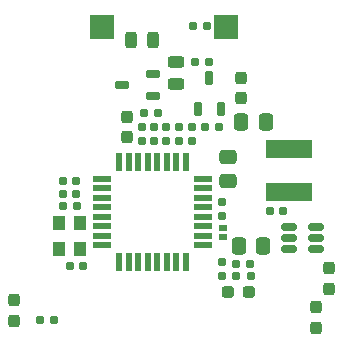
<source format=gbr>
%TF.GenerationSoftware,KiCad,Pcbnew,9.0.1*%
%TF.CreationDate,2025-04-30T15:21:50+05:30*%
%TF.ProjectId,APD_Safety_PCB,4150445f-5361-4666-9574-795f5043422e,rev?*%
%TF.SameCoordinates,Original*%
%TF.FileFunction,Paste,Top*%
%TF.FilePolarity,Positive*%
%FSLAX46Y46*%
G04 Gerber Fmt 4.6, Leading zero omitted, Abs format (unit mm)*
G04 Created by KiCad (PCBNEW 9.0.1) date 2025-04-30 15:21:50*
%MOMM*%
%LPD*%
G01*
G04 APERTURE LIST*
G04 Aperture macros list*
%AMRoundRect*
0 Rectangle with rounded corners*
0 $1 Rounding radius*
0 $2 $3 $4 $5 $6 $7 $8 $9 X,Y pos of 4 corners*
0 Add a 4 corners polygon primitive as box body*
4,1,4,$2,$3,$4,$5,$6,$7,$8,$9,$2,$3,0*
0 Add four circle primitives for the rounded corners*
1,1,$1+$1,$2,$3*
1,1,$1+$1,$4,$5*
1,1,$1+$1,$6,$7*
1,1,$1+$1,$8,$9*
0 Add four rect primitives between the rounded corners*
20,1,$1+$1,$2,$3,$4,$5,0*
20,1,$1+$1,$4,$5,$6,$7,0*
20,1,$1+$1,$6,$7,$8,$9,0*
20,1,$1+$1,$8,$9,$2,$3,0*%
G04 Aperture macros list end*
%ADD10R,4.000000X1.500000*%
%ADD11RoundRect,0.155000X0.212500X0.155000X-0.212500X0.155000X-0.212500X-0.155000X0.212500X-0.155000X0*%
%ADD12R,1.600000X0.550000*%
%ADD13R,0.550000X1.600000*%
%ADD14RoundRect,0.155000X0.155000X-0.212500X0.155000X0.212500X-0.155000X0.212500X-0.155000X-0.212500X0*%
%ADD15RoundRect,0.237500X-0.237500X0.300000X-0.237500X-0.300000X0.237500X-0.300000X0.237500X0.300000X0*%
%ADD16RoundRect,0.237500X0.237500X-0.300000X0.237500X0.300000X-0.237500X0.300000X-0.237500X-0.300000X0*%
%ADD17RoundRect,0.250000X0.337500X0.475000X-0.337500X0.475000X-0.337500X-0.475000X0.337500X-0.475000X0*%
%ADD18RoundRect,0.150000X-0.512500X-0.150000X0.512500X-0.150000X0.512500X0.150000X-0.512500X0.150000X0*%
%ADD19RoundRect,0.243750X0.243750X0.456250X-0.243750X0.456250X-0.243750X-0.456250X0.243750X-0.456250X0*%
%ADD20RoundRect,0.237500X-0.237500X0.287500X-0.237500X-0.287500X0.237500X-0.287500X0.237500X0.287500X0*%
%ADD21RoundRect,0.162500X0.162500X-0.447500X0.162500X0.447500X-0.162500X0.447500X-0.162500X-0.447500X0*%
%ADD22RoundRect,0.155000X-0.212500X-0.155000X0.212500X-0.155000X0.212500X0.155000X-0.212500X0.155000X0*%
%ADD23RoundRect,0.250000X-0.337500X-0.475000X0.337500X-0.475000X0.337500X0.475000X-0.337500X0.475000X0*%
%ADD24RoundRect,0.160000X-0.160000X0.197500X-0.160000X-0.197500X0.160000X-0.197500X0.160000X0.197500X0*%
%ADD25RoundRect,0.243750X-0.456250X0.243750X-0.456250X-0.243750X0.456250X-0.243750X0.456250X0.243750X0*%
%ADD26RoundRect,0.160000X-0.197500X-0.160000X0.197500X-0.160000X0.197500X0.160000X-0.197500X0.160000X0*%
%ADD27RoundRect,0.160000X0.197500X0.160000X-0.197500X0.160000X-0.197500X-0.160000X0.197500X-0.160000X0*%
%ADD28R,2.000000X2.000000*%
%ADD29R,0.100000X0.465000*%
%ADD30R,3.470000X0.100000*%
%ADD31R,0.120000X3.160000*%
%ADD32RoundRect,0.237500X0.287500X0.237500X-0.287500X0.237500X-0.287500X-0.237500X0.287500X-0.237500X0*%
%ADD33RoundRect,0.162500X0.447500X0.162500X-0.447500X0.162500X-0.447500X-0.162500X0.447500X-0.162500X0*%
%ADD34RoundRect,0.237500X0.237500X-0.287500X0.237500X0.287500X-0.237500X0.287500X-0.237500X-0.287500X0*%
%ADD35R,1.000000X1.300000*%
%ADD36RoundRect,0.078125X0.296875X-0.171875X0.296875X0.171875X-0.296875X0.171875X-0.296875X-0.171875X0*%
%ADD37RoundRect,0.250000X-0.475000X0.337500X-0.475000X-0.337500X0.475000X-0.337500X0.475000X0.337500X0*%
G04 APERTURE END LIST*
D10*
%TO.C,L1*%
X125355000Y-116795000D03*
X125355000Y-113195000D03*
%TD*%
D11*
%TO.C,C5*%
X107327500Y-116950000D03*
X106192500Y-116950000D03*
%TD*%
D12*
%TO.C,U2*%
X109540000Y-115710000D03*
X109540000Y-116510000D03*
X109540000Y-117310000D03*
X109540000Y-118110000D03*
X109540000Y-118910000D03*
X109540000Y-119710000D03*
X109540000Y-120510000D03*
X109540000Y-121310000D03*
D13*
X110990000Y-122760000D03*
X111790000Y-122760000D03*
X112590000Y-122760000D03*
X113390000Y-122760000D03*
X114190000Y-122760000D03*
X114990000Y-122760000D03*
X115790000Y-122760000D03*
X116590000Y-122760000D03*
D12*
X118040000Y-121310000D03*
X118040000Y-120510000D03*
X118040000Y-119710000D03*
X118040000Y-118910000D03*
X118040000Y-118110000D03*
X118040000Y-117310000D03*
X118040000Y-116510000D03*
X118040000Y-115710000D03*
D13*
X116590000Y-114260000D03*
X115790000Y-114260000D03*
X114990000Y-114260000D03*
X114190000Y-114260000D03*
X113390000Y-114260000D03*
X112590000Y-114260000D03*
X111790000Y-114260000D03*
X110990000Y-114260000D03*
%TD*%
D14*
%TO.C,C6*%
X119660000Y-118830000D03*
X119660000Y-117695000D03*
%TD*%
D15*
%TO.C,C3*%
X127640000Y-126567500D03*
X127640000Y-128292500D03*
%TD*%
D16*
%TO.C,C10*%
X111640000Y-112202500D03*
X111640000Y-110477500D03*
%TD*%
D11*
%TO.C,C12*%
X107917500Y-123070000D03*
X106782500Y-123070000D03*
%TD*%
%TO.C,C7*%
X107345000Y-115930000D03*
X106210000Y-115930000D03*
%TD*%
D17*
%TO.C,C1*%
X123387500Y-110915000D03*
X121312500Y-110915000D03*
%TD*%
D18*
%TO.C,U1*%
X125362500Y-119742500D03*
X125362500Y-120692500D03*
X125362500Y-121642500D03*
X127637500Y-121642500D03*
X127637500Y-120692500D03*
X127637500Y-119742500D03*
%TD*%
D19*
%TO.C,F1*%
X113857500Y-103990000D03*
X111982500Y-103990000D03*
%TD*%
D20*
%TO.C,D4*%
X102040000Y-125997500D03*
X102040000Y-127747500D03*
%TD*%
D21*
%TO.C,Q2*%
X118610000Y-107190000D03*
X117660000Y-109810000D03*
X119560000Y-109810000D03*
%TD*%
D22*
%TO.C,C11*%
X106225000Y-117990000D03*
X107360000Y-117990000D03*
%TD*%
D23*
%TO.C,C9*%
X121072500Y-121420000D03*
X123147500Y-121420000D03*
%TD*%
D24*
%TO.C,R11*%
X119705000Y-122752500D03*
X119705000Y-123947500D03*
%TD*%
D25*
%TO.C,F2*%
X115790000Y-105842500D03*
X115790000Y-107717500D03*
%TD*%
D24*
%TO.C,R8*%
X112900000Y-111302500D03*
X112900000Y-112497500D03*
%TD*%
D26*
%TO.C,R9*%
X117410000Y-105820000D03*
X118605000Y-105820000D03*
%TD*%
D24*
%TO.C,R4*%
X117090000Y-111292500D03*
X117090000Y-112487500D03*
%TD*%
D27*
%TO.C,R10*%
X105457500Y-127620000D03*
X104262500Y-127620000D03*
%TD*%
D28*
%TO.C,J4*%
X119970000Y-102860000D03*
X109470000Y-102860000D03*
D29*
X118280000Y-104187500D03*
D30*
X119965000Y-104370000D03*
D31*
X121640000Y-102840000D03*
%TD*%
D32*
%TO.C,D5*%
X121955000Y-125280000D03*
X120205000Y-125280000D03*
%TD*%
D26*
%TO.C,R2*%
X113032500Y-110150000D03*
X114227500Y-110150000D03*
%TD*%
D33*
%TO.C,Q1*%
X111235000Y-107775000D03*
X113855000Y-108725000D03*
X113855000Y-106825000D03*
%TD*%
D24*
%TO.C,R12*%
X114930000Y-111292500D03*
X114930000Y-112487500D03*
%TD*%
%TO.C,R5*%
X116000000Y-111302500D03*
X116000000Y-112497500D03*
%TD*%
%TO.C,R13*%
X113920000Y-111302500D03*
X113920000Y-112497500D03*
%TD*%
D34*
%TO.C,D1*%
X121295000Y-108902500D03*
X121295000Y-107152500D03*
%TD*%
D35*
%TO.C,Y1*%
X107650000Y-121640000D03*
X107650000Y-119440000D03*
X105850000Y-119440000D03*
X105850000Y-121640000D03*
%TD*%
D22*
%TO.C,C4*%
X123702500Y-118455000D03*
X124837500Y-118455000D03*
%TD*%
D26*
%TO.C,R3*%
X118192500Y-111290000D03*
X119387500Y-111290000D03*
%TD*%
D27*
%TO.C,R1*%
X118407500Y-102790000D03*
X117212500Y-102790000D03*
%TD*%
D16*
%TO.C,C2*%
X128700000Y-124992500D03*
X128700000Y-123267500D03*
%TD*%
D26*
%TO.C,R6*%
X120882500Y-122930000D03*
X122077500Y-122930000D03*
%TD*%
D36*
%TO.C,JP1*%
X119770000Y-120590000D03*
X119770000Y-119840000D03*
%TD*%
D27*
%TO.C,R7*%
X122087500Y-123970000D03*
X120892500Y-123970000D03*
%TD*%
D37*
%TO.C,C8*%
X120220000Y-113827500D03*
X120220000Y-115902500D03*
%TD*%
M02*

</source>
